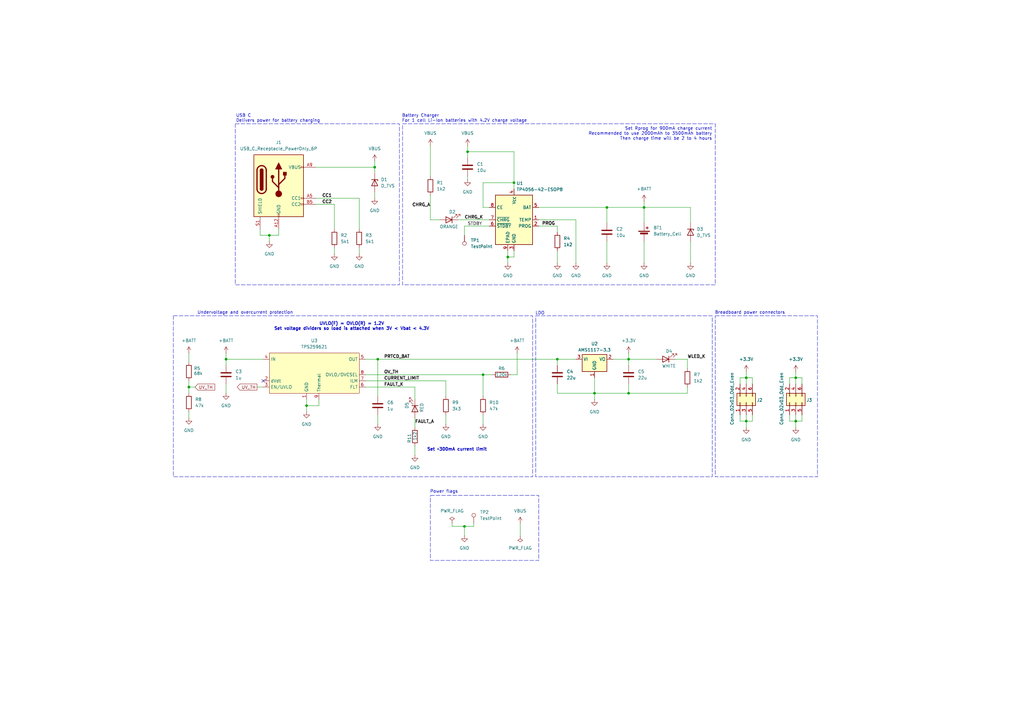
<source format=kicad_sch>
(kicad_sch (version 20250114) (generator "eeschema") (generator_version "9.0")
  (paper "A3")
  (title_block (title "BreadBat") (date "2025-05-19") (rev "v1.0.1") (company "oxnh"))
  (lib_symbols
    (symbol "Battery_Management:TP4056-42-ESOP8"
      (property "Reference" "U" (at -6.604 11.684 0))
      (property "Value" "TP4056-42-ESOP8" (at 10.16 11.684 0))
      (symbol "TP4056-42-ESOP8_1_0"
        (pin input line (at -10.16 5.08 0) (length 2.54) (name "CE") (number "8"))
        (pin open_collector line (at -10.16 0 0) (length 2.54) (name "~{CHRG}") (number "7"))
        (pin open_collector line (at -10.16 -2.54 0) (length 2.54) (name "~{STDBY}") (number "6"))
        (pin passive line (at -2.54 -12.7 90) (length 2.54) (name "EPAD") (number "9"))
        (pin power_in line (at 0 12.7 270) (length 2.54) (name "V_{CC}") (number "4"))
        (pin power_in line (at 0 -12.7 90) (length 2.54) (name "GND") (number "3"))
        (pin power_out line (at 10.16 5.08 180) (length 2.54) (name "BAT") (number "5"))
        (pin input line (at 10.16 0 180) (length 2.54) (name "TEMP") (number "1"))
        (pin passive line (at 10.16 -2.54 180) (length 2.54) (name "PROG") (number "2"))
      )
      (symbol "TP4056-42-ESOP8_1_1"
        (rectangle (start -7.62 10.16) (end 7.62 -10.16) (stroke (width 0.254)) (fill (type background)))
      )
    )
    (symbol "Connector:TestPoint" (pin_numbers (hide yes)) (pin_names (offset 0.762) (hide yes))
      (property "Reference" "TP" (at 0 6.858 0))
      (property "Value" "TestPoint" (at 0 5.08 0))
      (symbol "TestPoint_0_1"
        (circle (center 0 3.302) (radius 0.762))
      )
      (symbol "TestPoint_1_1"
        (pin passive line (at 0 0 90) (length 2.54) (name "1") (number "1"))
      )
    )
    (symbol "Connector:USB_C_Receptacle_PowerOnly_6P" (pin_names (offset 1.016))
      (property "Reference" "J" (at 0 16.51 0))
      (property "Value" "USB_C_Receptacle_PowerOnly_6P" (at 0 13.97 0))
      (symbol "USB_C_Receptacle_PowerOnly_6P_0_0"
        (rectangle (start -0.254 -12.7) (end 0.254 -11.684))
        (rectangle (start 10.16 7.874) (end 9.144 7.366))
        (rectangle (start 10.16 -4.826) (end 9.144 -5.334))
        (rectangle (start 10.16 -7.366) (end 9.144 -7.874))
      )
      (symbol "USB_C_Receptacle_PowerOnly_6P_0_1"
        (rectangle (start -10.16 12.7) (end 10.16 -12.7) (stroke (width 0.254)) (fill (type background)))
        (polyline (pts (xy -8.89 -1.27) (xy -8.89 6.35)) (stroke (width 0.508)))
        (rectangle (start -7.62 -1.27) (end -6.35 6.35) (stroke (width 0.254)) (fill (type outline)))
        (arc (start -7.62 6.35) (mid -6.985 6.9823) (end -6.35 6.35) (stroke (width 0.254)))
        (arc (start -7.62 6.35) (mid -6.985 6.9823) (end -6.35 6.35) (stroke (width 0.254)) (fill (type outline)))
        (arc (start -8.89 6.35) (mid -6.985 8.2467) (end -5.08 6.35) (stroke (width 0.508)))
        (arc (start -5.08 -1.27) (mid -6.985 -3.1667) (end -8.89 -1.27) (stroke (width 0.508)))
        (arc (start -6.35 -1.27) (mid -6.985 -1.9023) (end -7.62 -1.27) (stroke (width 0.254)))
        (arc (start -6.35 -1.27) (mid -6.985 -1.9023) (end -7.62 -1.27) (stroke (width 0.254)) (fill (type outline)))
        (polyline (pts (xy -5.08 6.35) (xy -5.08 -1.27)) (stroke (width 0.508)))
        (circle (center -2.54 3.683) (radius 0.635) (stroke (width 0.254)) (fill (type outline)))
        (polyline (pts (xy -1.27 6.858) (xy 0 9.398) (xy 1.27 6.858) (xy -1.27 6.858)) (stroke (width 0.254)) (fill (type outline)))
        (polyline (pts (xy 0 0.508) (xy 2.54 3.048) (xy 2.54 4.318)) (stroke (width 0.508)))
        (polyline (pts (xy 0 -0.762) (xy -2.54 1.778) (xy -2.54 3.048)) (stroke (width 0.508)))
        (polyline (pts (xy 0 -3.302) (xy 0 6.858)) (stroke (width 0.508)))
        (circle (center 0 -3.302) (radius 1.27) (fill (type outline)))
        (rectangle (start 1.905 4.318) (end 3.175 5.588) (stroke (width 0.254)) (fill (type outline)))
      )
      (symbol "USB_C_Receptacle_PowerOnly_6P_1_1"
        (pin passive line (at -7.62 -17.78 90) (length 5.08) (name "SHIELD") (number "S1"))
        (pin passive line (at 0 -17.78 90) (length 5.08) (name "GND") (number "A12"))
        (pin passive line (at 0 -17.78 90) (length 5.08) (hide yes) (name "GND") (number "B12"))
        (pin passive line (at 15.24 7.62 180) (length 5.08) (name "VBUS") (number "A9"))
        (pin passive line (at 15.24 7.62 180) (length 5.08) (hide yes) (name "VBUS") (number "B9"))
        (pin bidirectional line (at 15.24 -5.08 180) (length 5.08) (name "CC1") (number "A5"))
        (pin bidirectional line (at 15.24 -7.62 180) (length 5.08) (name "CC2") (number "B5"))
      )
    )
    (symbol "Connector_Generic:Conn_02x03_Odd_Even" (pin_names (offset 1.016) (hide yes))
      (property "Reference" "J" (at 1.27 5.08 0))
      (property "Value" "Conn_02x03_Odd_Even" (at 1.27 -5.08 0))
      (symbol "Conn_02x03_Odd_Even_1_1"
        (rectangle (start -1.27 3.81) (end 3.81 -3.81) (stroke (width 0.254)) (fill (type background)))
        (rectangle (start -1.27 2.667) (end 0 2.413) (stroke (width 0.1524)))
        (rectangle (start -1.27 0.127) (end 0 -0.127) (stroke (width 0.1524)))
        (rectangle (start -1.27 -2.413) (end 0 -2.667) (stroke (width 0.1524)))
        (rectangle (start 3.81 2.667) (end 2.54 2.413) (stroke (width 0.1524)))
        (rectangle (start 3.81 0.127) (end 2.54 -0.127) (stroke (width 0.1524)))
        (rectangle (start 3.81 -2.413) (end 2.54 -2.667) (stroke (width 0.1524)))
        (pin passive line (at -5.08 2.54 0) (length 3.81) (name "Pin_1") (number "1"))
        (pin passive line (at -5.08 0 0) (length 3.81) (name "Pin_3") (number "3"))
        (pin passive line (at -5.08 -2.54 0) (length 3.81) (name "Pin_5") (number "5"))
        (pin passive line (at 7.62 2.54 180) (length 3.81) (name "Pin_2") (number "2"))
        (pin passive line (at 7.62 0 180) (length 3.81) (name "Pin_4") (number "4"))
        (pin passive line (at 7.62 -2.54 180) (length 3.81) (name "Pin_6") (number "6"))
      )
    )
    (symbol "Device:Battery_Cell" (pin_numbers (hide yes)) (pin_names (offset 0) (hide yes))
      (property "Reference" "BT" (at 2.54 2.54 0))
      (property "Value" "Battery_Cell" (at 2.54 0 0))
      (symbol "Battery_Cell_0_1"
        (rectangle (start -2.286 1.778) (end 2.286 1.524) (fill (type outline)))
        (rectangle (start -1.524 1.016) (end 1.524 0.508) (fill (type outline)))
        (polyline (pts (xy 0 1.778) (xy 0 2.54)))
        (polyline (pts (xy 0 0.762) (xy 0 0)))
        (polyline (pts (xy 0.762 3.048) (xy 1.778 3.048)) (stroke (width 0.254)))
        (polyline (pts (xy 1.27 3.556) (xy 1.27 2.54)) (stroke (width 0.254)))
      )
      (symbol "Battery_Cell_1_1"
        (pin passive line (at 0 5.08 270) (length 2.54) (name "+") (number "1"))
        (pin passive line (at 0 -2.54 90) (length 2.54) (name "-") (number "2"))
      )
    )
    (symbol "Device:C" (pin_numbers (hide yes)) (pin_names (offset 0.254))
      (property "Reference" "C" (at 0.635 2.54 0))
      (property "Value" "C" (at 0.635 -2.54 0))
      (symbol "C_0_1"
        (polyline (pts (xy -2.032 0.762) (xy 2.032 0.762)) (stroke (width 0.508)))
        (polyline (pts (xy -2.032 -0.762) (xy 2.032 -0.762)) (stroke (width 0.508)))
      )
      (symbol "C_1_1"
        (pin passive line (at 0 3.81 270) (length 2.794) (name "~") (number "1"))
        (pin passive line (at 0 -3.81 90) (length 2.794) (name "~") (number "2"))
      )
    )
    (symbol "Device:D_Zener" (pin_numbers (hide yes)) (pin_names (offset 1.016) (hide yes))
      (property "Reference" "D" (at 0 2.54 0))
      (property "Value" "D_Zener" (at 0 -2.54 0))
      (symbol "D_Zener_0_1"
        (polyline (pts (xy -1.27 -1.27) (xy -1.27 1.27) (xy -0.762 1.27)) (stroke (width 0.254)))
        (polyline (pts (xy 1.27 0) (xy -1.27 0)))
        (polyline (pts (xy 1.27 -1.27) (xy 1.27 1.27) (xy -1.27 0) (xy 1.27 -1.27)) (stroke (width 0.254)))
      )
      (symbol "D_Zener_1_1"
        (pin passive line (at -3.81 0 0) (length 2.54) (name "K") (number "1"))
        (pin passive line (at 3.81 0 180) (length 2.54) (name "A") (number "2"))
      )
    )
    (symbol "Device:LED" (pin_numbers (hide yes)) (pin_names (offset 1.016) (hide yes))
      (property "Reference" "D" (at 0 2.54 0))
      (property "Value" "LED" (at 0 -2.54 0))
      (symbol "LED_0_1"
        (polyline (pts (xy -3.048 -0.762) (xy -4.572 -2.286) (xy -3.81 -2.286) (xy -4.572 -2.286) (xy -4.572 -1.524)))
        (polyline (pts (xy -1.778 -0.762) (xy -3.302 -2.286) (xy -2.54 -2.286) (xy -3.302 -2.286) (xy -3.302 -1.524)))
        (polyline (pts (xy -1.27 0) (xy 1.27 0)))
        (polyline (pts (xy -1.27 -1.27) (xy -1.27 1.27)) (stroke (width 0.254)))
        (polyline (pts (xy 1.27 -1.27) (xy 1.27 1.27) (xy -1.27 0) (xy 1.27 -1.27)) (stroke (width 0.254)))
      )
      (symbol "LED_1_1"
        (pin passive line (at -3.81 0 0) (length 2.54) (name "K") (number "1"))
        (pin passive line (at 3.81 0 180) (length 2.54) (name "A") (number "2"))
      )
    )
    (symbol "Device:R" (pin_numbers (hide yes)) (pin_names (offset 0))
      (property "Reference" "R" (at 2.032 0 90))
      (property "Value" "R" (at 0 0 90))
      (symbol "R_0_1"
        (rectangle (start -1.016 -2.54) (end 1.016 2.54) (stroke (width 0.254)))
      )
      (symbol "R_1_1"
        (pin passive line (at 0 3.81 270) (length 1.27) (name "~") (number "1"))
        (pin passive line (at 0 -3.81 90) (length 1.27) (name "~") (number "2"))
      )
    )
    (symbol "Regulator_Linear:AMS1117-3.3"
      (property "Reference" "U" (at -3.81 3.175 0))
      (property "Value" "AMS1117-3.3" (at 0 3.175 0))
      (symbol "AMS1117-3.3_0_1"
        (rectangle (start -5.08 -5.08) (end 5.08 1.905) (stroke (width 0.254)) (fill (type background)))
      )
      (symbol "AMS1117-3.3_1_1"
        (pin power_in line (at -7.62 0 0) (length 2.54) (name "VI") (number "3"))
        (pin power_in line (at 0 -7.62 90) (length 2.54) (name "GND") (number "1"))
        (pin power_out line (at 7.62 0 180) (length 2.54) (name "VO") (number "2"))
      )
    )
    (symbol "breadbat:TPS259621"
      (property "Reference" "U" (at 0 18.288 0))
      (property "Value" "TPS259621" (at -8.382 18.034 0))
      (symbol "TPS259621_1_1"
        (rectangle (start -13.97 16.51) (end 22.86 0) (fill (type background)))
        (pin power_in line (at -16.51 13.97 0) (length 2.54) (name "IN") (number "4"))
        (pin output line (at -16.51 5.08 0) (length 2.54) (name "dVdt") (number "2"))
        (pin input line (at -16.51 2.54 0) (length 2.54) (name "EN/UVLO") (number "3"))
        (pin power_in line (at 1.27 -2.54 90) (length 2.54) (name "GND") (number "1"))
        (pin passive line (at 6.35 -2.54 90) (length 2.54) (name "Thermal") (number "9"))
        (pin power_out line (at 25.4 13.97 180) (length 2.54) (name "OUT") (number "5"))
        (pin input line (at 25.4 7.62 180) (length 2.54) (name "OVLO/OVCSEL") (number "8"))
        (pin output line (at 25.4 5.08 180) (length 2.54) (name "ILM") (number "7"))
        (pin output line (at 25.4 2.54 180) (length 2.54) (name "FLT") (number "6"))
      )
    )
    (symbol "power:+3.3V" (power) (pin_numbers (hide yes)) (pin_names (offset 0) (hide yes))
      (property "Value" "+3.3V" (at 0 3.556 0))
      (symbol "+3.3V_0_1"
        (polyline (pts (xy -0.762 1.27) (xy 0 2.54)))
        (polyline (pts (xy 0 2.54) (xy 0.762 1.27)))
        (polyline (pts (xy 0 0) (xy 0 2.54)))
      )
      (symbol "+3.3V_1_1"
        (pin power_in line (at 0 0 90) (length 0) (name "~") (number "1"))
      )
    )
    (symbol "power:+BATT" (power) (pin_numbers (hide yes)) (pin_names (offset 0) (hide yes))
      (property "Value" "+BATT" (at 0 3.556 0))
      (symbol "+BATT_0_1"
        (polyline (pts (xy -0.762 1.27) (xy 0 2.54)))
        (polyline (pts (xy 0 2.54) (xy 0.762 1.27)))
        (polyline (pts (xy 0 0) (xy 0 2.54)))
      )
      (symbol "+BATT_1_1"
        (pin power_in line (at 0 0 90) (length 0) (name "~") (number "1"))
      )
    )
    (symbol "power:GND" (power) (pin_numbers (hide yes)) (pin_names (offset 0) (hide yes))
      (property "Value" "GND" (at 0 -3.81 0))
      (symbol "GND_0_1"
        (polyline (pts (xy 0 0) (xy 0 -1.27) (xy 1.27 -1.27) (xy 0 -2.54) (xy -1.27 -1.27) (xy 0 -1.27)))
      )
      (symbol "GND_1_1"
        (pin power_in line (at 0 0 270) (length 0) (name "~") (number "1"))
      )
    )
    (symbol "power:PWR_FLAG" (power) (pin_numbers (hide yes)) (pin_names (offset 0) (hide yes))
      (property "Value" "PWR_FLAG" (at 0 3.81 0))
      (symbol "PWR_FLAG_0_0"
        (pin power_out line (at 0 0 90) (length 0) (name "~") (number "1"))
      )
      (symbol "PWR_FLAG_0_1"
        (polyline (pts (xy 0 0) (xy 0 1.27) (xy -1.016 1.905) (xy 0 2.54) (xy 1.016 1.905) (xy 0 1.27)))
      )
    )
    (symbol "power:VBUS" (power) (pin_numbers (hide yes)) (pin_names (offset 0) (hide yes))
      (property "Value" "VBUS" (at 0 3.556 0))
      (symbol "VBUS_0_1"
        (polyline (pts (xy -0.762 1.27) (xy 0 2.54)))
        (polyline (pts (xy 0 2.54) (xy 0.762 1.27)))
        (polyline (pts (xy 0 0) (xy 0 2.54)))
      )
      (symbol "VBUS_1_1"
        (pin power_in line (at 0 0 90) (length 0) (name "~") (number "1"))
      )
    )
  )
  (rectangle (start 219.71 129.54) (end 292.1 195.58) (stroke (width 0) (type dash)))
  (rectangle (start 165.1 50.8) (end 293.37 116.84) (stroke (width 0) (type dash)))
  (rectangle (start 96.52 50.8) (end 163.83 116.84) (stroke (width 0) (type dash)))
  (rectangle (start 293.37 129.54) (end 335.28 195.58) (stroke (width 0) (type dash)))
  (rectangle (start 176.53 203.2) (end 220.98 229.87) (stroke (width 0) (type dash)))
  (rectangle (start 71.12 129.54) (end 218.44 195.58) (stroke (width 0) (type dash)))
  (text "LDO" (at 221.488 128.524 0) (effects (font (size 1.27 1.27))))
  (text "Undervoltage and overcurrent protection" (at 100.584 128.27 0) (effects (font (size 1.27 1.27))))
  (text "Power flags" (at 182.118 201.676 0) (effects (font (size 1.27 1.27))))
  (text "UVLO(F) = OVLO(R) = 1.2V\nSet voltage dividers so load is attached when 3V < Vbat < 4.3V" (at 144.272 133.858 0) (effects (font (size 1.27 1.27) (thickness 0.254) (bold yes))))
  (text "Set ~300mA current limit" (at 187.452 184.404 0) (effects (font (size 1.27 1.27) (thickness 0.254) (bold yes))))
  (text "Breadboard power connectors" (at 307.594 128.27 0) (effects (font (size 1.27 1.27))))
  (text "Set Rprog for 900mA charge current\nRecommended to use 2000mAh to 3500mAh battery\nThen charge time will be 2 to 4 hours\n" (at 292.1 54.864 0) (effects (font (size 1.27 1.27)) (justify right)))
  (text "Battery Charger\nFor 1 cell Li-Ion batteries with 4.2V charge voltage" (at 164.846 48.514 0) (effects (font (size 1.27 1.27)) (justify left)))
  (text "USB C\nDelivers power for battery charging" (at 96.774 48.514 0) (effects (font (size 1.27 1.27)) (justify left)))
  (junction (at 228.6 147.32))
  (junction (at 190.5 215.9))
  (junction (at 198.12 153.67))
  (junction (at 77.47 158.75))
  (junction (at 306.07 172.72))
  (junction (at 191.77 62.23))
  (junction (at 326.39 154.94))
  (junction (at 210.82 74.93))
  (junction (at 92.71 147.32))
  (junction (at 154.94 147.32))
  (junction (at 326.39 172.72))
  (junction (at 264.16 85.09))
  (junction (at 243.84 161.29))
  (junction (at 306.07 154.94))
  (junction (at 257.81 161.29))
  (junction (at 125.73 166.37))
  (junction (at 257.81 147.32))
  (junction (at 248.92 85.09))
  (junction (at 208.28 105.41))
  (junction (at 153.67 68.58))
  (junction (at 110.49 96.52))
  (no_connect (at 107.95 156.21))
  (wire (pts (xy 228.6 92.71) (xy 228.6 95.25)))
  (wire (pts (xy 220.98 85.09) (xy 248.92 85.09)))
  (wire (pts (xy 264.16 91.44) (xy 264.16 85.09)))
  (wire (pts (xy 149.86 156.21) (xy 182.88 156.21)))
  (wire (pts (xy 153.67 68.58) (xy 153.67 71.12)))
  (wire (pts (xy 198.12 74.93) (xy 210.82 74.93)))
  (wire (pts (xy 105.41 158.75) (xy 107.95 158.75)))
  (wire (pts (xy 248.92 85.09) (xy 264.16 85.09)))
  (wire (pts (xy 153.67 78.74) (xy 153.67 81.28)))
  (wire (pts (xy 176.53 90.17) (xy 180.34 90.17)))
  (wire (pts (xy 323.85 154.94) (xy 323.85 157.48)))
  (wire (pts (xy 77.47 144.78) (xy 77.47 148.59)))
  (wire (pts (xy 228.6 102.87) (xy 228.6 107.95)))
  (wire (pts (xy 191.77 59.69) (xy 191.77 62.23)))
  (wire (pts (xy 92.71 157.48) (xy 92.71 161.29)))
  (wire (pts (xy 209.55 153.67) (xy 212.09 153.67)))
  (wire (pts (xy 326.39 170.18) (xy 326.39 172.72)))
  (wire (pts (xy 149.86 147.32) (xy 154.94 147.32)))
  (wire (pts (xy 154.94 170.18) (xy 154.94 173.99)))
  (wire (pts (xy 149.86 158.75) (xy 170.18 158.75)))
  (wire (pts (xy 106.68 96.52) (xy 110.49 96.52)))
  (wire (pts (xy 281.94 158.75) (xy 281.94 161.29)))
  (wire (pts (xy 153.67 68.58) (xy 153.67 66.04)))
  (wire (pts (xy 303.53 170.18) (xy 303.53 172.72)))
  (wire (pts (xy 77.47 156.21) (xy 77.47 158.75)))
  (wire (pts (xy 125.73 163.83) (xy 125.73 166.37)))
  (wire (pts (xy 308.61 154.94) (xy 306.07 154.94)))
  (wire (pts (xy 228.6 157.48) (xy 228.6 161.29)))
  (wire (pts (xy 170.18 182.88) (xy 170.18 186.69)))
  (wire (pts (xy 306.07 152.4) (xy 306.07 154.94)))
  (wire (pts (xy 208.28 105.41) (xy 208.28 107.95)))
  (wire (pts (xy 190.5 92.71) (xy 190.5 96.52)))
  (wire (pts (xy 303.53 154.94) (xy 303.53 157.48)))
  (wire (pts (xy 208.28 102.87) (xy 208.28 105.41)))
  (wire (pts (xy 92.71 147.32) (xy 92.71 149.86)))
  (wire (pts (xy 170.18 163.83) (xy 170.18 158.75)))
  (wire (pts (xy 283.21 99.06) (xy 283.21 107.95)))
  (wire (pts (xy 257.81 149.86) (xy 257.81 147.32)))
  (wire (pts (xy 257.81 144.78) (xy 257.81 147.32)))
  (wire (pts (xy 326.39 154.94) (xy 326.39 157.48)))
  (wire (pts (xy 200.66 85.09) (xy 198.12 85.09)))
  (wire (pts (xy 125.73 166.37) (xy 125.73 168.91)))
  (wire (pts (xy 92.71 147.32) (xy 107.95 147.32)))
  (wire (pts (xy 176.53 59.69) (xy 176.53 72.39)))
  (wire (pts (xy 147.32 93.98) (xy 147.32 81.28)))
  (wire (pts (xy 326.39 172.72) (xy 328.93 172.72)))
  (wire (pts (xy 228.6 147.32) (xy 236.22 147.32)))
  (wire (pts (xy 323.85 170.18) (xy 323.85 172.72)))
  (wire (pts (xy 198.12 153.67) (xy 201.93 153.67)))
  (wire (pts (xy 248.92 85.09) (xy 248.92 91.44)))
  (wire (pts (xy 106.68 93.98) (xy 106.68 96.52)))
  (wire (pts (xy 191.77 72.39) (xy 191.77 73.66)))
  (wire (pts (xy 228.6 149.86) (xy 228.6 147.32)))
  (wire (pts (xy 264.16 99.06) (xy 264.16 107.95)))
  (wire (pts (xy 236.22 90.17) (xy 236.22 107.95)))
  (wire (pts (xy 154.94 147.32) (xy 228.6 147.32)))
  (wire (pts (xy 191.77 62.23) (xy 210.82 62.23)))
  (wire (pts (xy 198.12 170.18) (xy 198.12 173.99)))
  (wire (pts (xy 326.39 172.72) (xy 326.39 175.26)))
  (wire (pts (xy 130.81 166.37) (xy 130.81 163.83)))
  (wire (pts (xy 228.6 161.29) (xy 243.84 161.29)))
  (wire (pts (xy 243.84 154.94) (xy 243.84 161.29)))
  (wire (pts (xy 264.16 82.55) (xy 264.16 85.09)))
  (wire (pts (xy 243.84 161.29) (xy 243.84 163.83)))
  (wire (pts (xy 276.86 147.32) (xy 281.94 147.32)))
  (wire (pts (xy 281.94 147.32) (xy 281.94 151.13)))
  (wire (pts (xy 187.96 90.17) (xy 200.66 90.17)))
  (wire (pts (xy 137.16 83.82) (xy 137.16 93.98)))
  (wire (pts (xy 251.46 147.32) (xy 257.81 147.32)))
  (wire (pts (xy 212.09 144.78) (xy 212.09 153.67)))
  (wire (pts (xy 129.54 81.28) (xy 147.32 81.28)))
  (wire (pts (xy 306.07 172.72) (xy 308.61 172.72)))
  (wire (pts (xy 248.92 99.06) (xy 248.92 107.95)))
  (wire (pts (xy 243.84 161.29) (xy 257.81 161.29)))
  (wire (pts (xy 210.82 62.23) (xy 210.82 74.93)))
  (wire (pts (xy 210.82 74.93) (xy 210.82 77.47)))
  (wire (pts (xy 182.88 170.18) (xy 182.88 173.99)))
  (wire (pts (xy 257.81 147.32) (xy 269.24 147.32)))
  (wire (pts (xy 191.77 64.77) (xy 191.77 62.23)))
  (wire (pts (xy 323.85 172.72) (xy 326.39 172.72)))
  (wire (pts (xy 306.07 170.18) (xy 306.07 172.72)))
  (wire (pts (xy 198.12 74.93) (xy 198.12 85.09)))
  (wire (pts (xy 213.36 214.63) (xy 213.36 219.71)))
  (wire (pts (xy 306.07 154.94) (xy 306.07 157.48)))
  (wire (pts (xy 308.61 172.72) (xy 308.61 170.18)))
  (wire (pts (xy 326.39 152.4) (xy 326.39 154.94)))
  (wire (pts (xy 190.5 215.9) (xy 185.42 215.9)))
  (wire (pts (xy 308.61 157.48) (xy 308.61 154.94)))
  (wire (pts (xy 129.54 68.58) (xy 153.67 68.58)))
  (wire (pts (xy 208.28 105.41) (xy 210.82 105.41)))
  (wire (pts (xy 306.07 172.72) (xy 306.07 175.26)))
  (wire (pts (xy 306.07 154.94) (xy 303.53 154.94)))
  (wire (pts (xy 220.98 92.71) (xy 228.6 92.71)))
  (wire (pts (xy 147.32 101.6) (xy 147.32 104.14)))
  (wire (pts (xy 198.12 153.67) (xy 198.12 162.56)))
  (wire (pts (xy 257.81 161.29) (xy 257.81 157.48)))
  (wire (pts (xy 194.31 215.9) (xy 194.31 214.63)))
  (wire (pts (xy 303.53 172.72) (xy 306.07 172.72)))
  (wire (pts (xy 129.54 83.82) (xy 137.16 83.82)))
  (wire (pts (xy 200.66 92.71) (xy 190.5 92.71)))
  (wire (pts (xy 326.39 154.94) (xy 323.85 154.94)))
  (wire (pts (xy 264.16 85.09) (xy 283.21 85.09)))
  (wire (pts (xy 77.47 168.91) (xy 77.47 171.45)))
  (wire (pts (xy 220.98 90.17) (xy 236.22 90.17)))
  (wire (pts (xy 80.01 158.75) (xy 77.47 158.75)))
  (wire (pts (xy 92.71 144.78) (xy 92.71 147.32)))
  (wire (pts (xy 281.94 161.29) (xy 257.81 161.29)))
  (wire (pts (xy 149.86 153.67) (xy 198.12 153.67)))
  (wire (pts (xy 283.21 85.09) (xy 283.21 91.44)))
  (wire (pts (xy 328.93 172.72) (xy 328.93 170.18)))
  (wire (pts (xy 190.5 215.9) (xy 194.31 215.9)))
  (wire (pts (xy 110.49 96.52) (xy 110.49 99.06)))
  (wire (pts (xy 176.53 80.01) (xy 176.53 90.17)))
  (wire (pts (xy 137.16 101.6) (xy 137.16 104.14)))
  (wire (pts (xy 185.42 215.9) (xy 185.42 214.63)))
  (wire (pts (xy 77.47 158.75) (xy 77.47 161.29)))
  (wire (pts (xy 154.94 147.32) (xy 154.94 162.56)))
  (wire (pts (xy 182.88 156.21) (xy 182.88 162.56)))
  (wire (pts (xy 114.3 96.52) (xy 114.3 93.98)))
  (wire (pts (xy 328.93 157.48) (xy 328.93 154.94)))
  (wire (pts (xy 110.49 96.52) (xy 114.3 96.52)))
  (wire (pts (xy 210.82 105.41) (xy 210.82 102.87)))
  (wire (pts (xy 328.93 154.94) (xy 326.39 154.94)))
  (wire (pts (xy 170.18 171.45) (xy 170.18 175.26)))
  (wire (pts (xy 190.5 219.71) (xy 190.5 215.9)))
  (wire (pts (xy 125.73 166.37) (xy 130.81 166.37)))
  (label "CC1" (at 132.08 81.28 0) (effects (font (thickness 0.254) (bold yes))))
  (label "PRTCD_BAT" (at 157.48 147.32 0) (effects (font (thickness 0.254) (bold yes))))
  (label "CHRG_A" (at 176.53 85.09 180) (effects (font (thickness 0.254) (bold yes))))
  (label "CHRG_K" (at 190.5 90.17 0) (effects (font (thickness 0.254) (bold yes))))
  (label "STDBY" (at 191.77 92.71 0))
  (label "FAULT_K" (at 157.48 158.75 0) (effects (font (thickness 0.254) (bold yes))))
  (label "OV_TH" (at 157.48 153.67 0) (effects (font (thickness 0.254) (bold yes))))
  (label "FAULT_A" (at 170.18 173.99 0) (effects (font (thickness 0.254) (bold yes))))
  (label "CC2" (at 132.08 83.82 0) (effects (font (thickness 0.254) (bold yes))))
  (label "PROG" (at 222.25 92.71 0) (effects (font (thickness 0.254) (bold yes))))
  (label "WLED_K" (at 281.94 147.32 0) (effects (font (thickness 0.254) (bold yes))))
  (label "CURRENT_LIMIT" (at 157.48 156.21 0) (effects (font (thickness 0.254) (bold yes))))
  (global_label "UV_TH" (shape input) (at 80.01 158.75 0) (property "Intersheetrefs" "${INTERSHEET_REFS}" (effects (hide yes))))
  (global_label "UV_TH" (shape output) (at 105.41 158.75 180) (property "Intersheetrefs" "${INTERSHEET_REFS}" (effects (hide yes))))
  (symbol (lib_id "power:GND") (at 182.88 173.99 0) (unit 1)
    (property "Reference" "#PWR027" (effects (hide yes)))
    (property "Value" "GND" (at 182.88 179.07 0))
    (property "Description" "Power symbol creates a global label with name \"GND\" , ground" (effects (hide yes)))
  )
  (symbol (lib_id "Device:R") (at 147.32 97.79 0) (unit 1)
    (property "Reference" "R3" (at 149.86 96.5199 0) (effects (justify left)))
    (property "Value" "5k1" (at 149.86 99.0599 0) (effects (justify left)))
    (property "Footprint" "Resistor_SMD:R_0603_1608Metric" (effects (hide yes)))
    (property "Description" "Resistor" (effects (hide yes)))
    (property "LCSC / JLC Part" "C23186" (effects (hide yes)))
    (property "Manufacturer" "UNI-ROYAL" (effects (hide yes)))
    (property "Part Number" "0603WAF5101T5E" (effects (hide yes)))
  )
  (symbol (lib_id "Device:C") (at 154.94 166.37 0) (unit 1)
    (property "Reference" "C6" (at 158.75 165.0999 0) (effects (justify left)))
    (property "Value" "1u" (at 158.75 167.6399 0) (effects (justify left)))
    (property "Footprint" "Capacitor_SMD:C_0603_1608Metric" (effects (hide yes)))
    (property "Description" "Unpolarized capacitor" (effects (hide yes)))
    (property "LCSC / JLC Part" "C15849" (effects (hide yes)))
    (property "Manufacturer" "Samsung" (effects (hide yes)))
    (property "Part Number" "CL10A105KB8NNNC" (effects (hide yes)))
  )
  (symbol (lib_id "Device:D_Zener") (at 283.21 95.25 270) (unit 1)
    (property "Reference" "D3" (at 285.75 93.9799 90) (effects (justify left)))
    (property "Value" "D_TVS" (at 285.75 96.5199 90) (effects (justify left)))
    (property "Footprint" "Diode_SMD:D_SOD-323_HandSoldering" (effects (hide yes)))
    (property "Description" "Zener diode" (effects (hide yes)))
    (property "LCSC / JLC Part" "C5143684" (effects (hide yes)))
    (property "Manufacturer" "WPMtek(Wei Pan Microelectronics)" (effects (hide yes)))
    (property "Part Number" "WPE0731D3" (effects (hide yes)))
  )
  (symbol (lib_id "power:VBUS") (at 191.77 59.69 0) (unit 1)
    (property "Reference" "#PWR02" (effects (hide yes)))
    (property "Value" "VBUS" (at 191.77 54.61 0))
    (property "Description" "Power symbol creates a global label with name \"VBUS\"" (effects (hide yes)))
  )
  (symbol (lib_id "Device:D_Zener") (at 153.67 74.93 270) (unit 1)
    (property "Reference" "D1" (at 156.21 73.6599 90) (effects (justify left)))
    (property "Value" "D_TVS" (at 156.21 76.1999 90) (effects (justify left)))
    (property "Footprint" "Diode_SMD:D_SOD-323_HandSoldering" (effects (hide yes)))
    (property "Description" "Zener diode" (effects (hide yes)))
    (property "LCSC / JLC Part" "C5143684" (effects (hide yes)))
    (property "Manufacturer" "WPMtek(Wei Pan Microelectronics)" (effects (hide yes)))
    (property "Part Number" "WPE0731D3" (effects (hide yes)))
  )
  (symbol (lib_id "Device:Battery_Cell") (at 264.16 96.52 0) (unit 1)
    (property "Reference" "BT1" (at 267.97 93.4084 0) (effects (justify left)))
    (property "Value" "Battery_Cell" (at 267.97 95.9484 0) (effects (justify left)))
    (property "Footprint" "breadbat:JST_PH_B2B-PH-K_1x02_P2.00mm_Vertical" (effects (hide yes)))
    (property "Description" "Single-cell battery" (effects (hide yes)))
    (property "LCSC / JLC Part" "C131337" (effects (hide yes)))
    (property "Manufacturer" "JST" (effects (hide yes)))
    (property "Part Number" "B2B-PH-K-S(LF)(SN)" (effects (hide yes)))
  )
  (symbol (lib_id "power:GND") (at 243.84 163.83 0) (unit 1)
    (property "Reference" "#PWR023" (effects (hide yes)))
    (property "Value" "GND" (at 243.84 168.91 0))
    (property "Description" "Power symbol creates a global label with name \"GND\" , ground" (effects (hide yes)))
  )
  (symbol (lib_id "Device:R") (at 182.88 166.37 0) (unit 1)
    (property "Reference" "R9" (at 185.42 165.0999 0) (effects (justify left)))
    (property "Value" "3k3" (at 185.42 167.6399 0) (effects (justify left)))
    (property "Footprint" "Resistor_SMD:R_0603_1608Metric" (effects (hide yes)))
    (property "Description" "Resistor" (effects (hide yes)))
    (property "LCSC / JLC Part" " C22978" (effects (hide yes)))
    (property "Manufacturer" "UNI-ROYAL" (effects (hide yes)))
    (property "Part Number" " 0603WAF3301T5E" (effects (hide yes)))
  )
  (symbol (lib_id "power:+3.3V") (at 257.81 144.78 0) (unit 1)
    (property "Reference" "#PWR019" (effects (hide yes)))
    (property "Value" "+3.3V" (at 257.81 139.7 0))
    (property "Description" "Power symbol creates a global label with name \"+3.3V\"" (effects (hide yes)))
  )
  (symbol (lib_id "Connector_Generic:Conn_02x03_Odd_Even") (at 326.39 165.1 90) (unit 1)
    (property "Reference" "J3" (at 330.708 164.084 90) (effects (justify right)))
    (property "Value" "Conn_02x03_Odd_Even" (at 320.548 152.654 0) (effects (justify right)))
    (property "Footprint" "Connector_PinHeader_2.54mm:PinHeader_2x03_P2.54mm_Vertical" (effects (hide yes)))
    (property "Description" "Generic connector, double row, 02x03, odd/even pin numbering scheme (row 1 odd numbers, row 2 even numbers), script generated (kicad-library-utils/schlib/autogen/connector/)" (effects (hide yes)))
    (property "LCSC / JLC Part" "C492420" (effects (hide yes)))
    (property "Manufacturer" "XFCN" (effects (hide yes)))
    (property "Part Number" "PZ254V-12-6P" (effects (hide yes)))
  )
  (symbol (lib_id "power:GND") (at 125.73 168.91 0) (unit 1)
    (property "Reference" "#PWR024" (effects (hide yes)))
    (property "Value" "GND" (at 125.73 173.99 0))
    (property "Description" "Power symbol creates a global label with name \"GND\" , ground" (effects (hide yes)))
  )
  (symbol (lib_id "power:GND") (at 77.47 171.45 0) (unit 1)
    (property "Reference" "#PWR025" (effects (hide yes)))
    (property "Value" "GND" (at 77.47 176.53 0))
    (property "Description" "Power symbol creates a global label with name \"GND\" , ground" (effects (hide yes)))
  )
  (symbol (lib_id "Connector_Generic:Conn_02x03_Odd_Even") (at 306.07 165.1 90) (unit 1)
    (property "Reference" "J2" (at 310.388 164.084 90) (effects (justify right)))
    (property "Value" "Conn_02x03_Odd_Even" (at 300.228 152.654 0) (effects (justify right)))
    (property "Footprint" "Connector_PinHeader_2.54mm:PinHeader_2x03_P2.54mm_Vertical" (effects (hide yes)))
    (property "Description" "Generic connector, double row, 02x03, odd/even pin numbering scheme (row 1 odd numbers, row 2 even numbers), script generated (kicad-library-utils/schlib/autogen/connector/)" (effects (hide yes)))
    (property "LCSC / JLC Part" "C492420" (effects (hide yes)))
    (property "Manufacturer" "XFCN" (effects (hide yes)))
    (property "Part Number" "PZ254V-12-6P" (effects (hide yes)))
  )
  (symbol (lib_id "Device:R") (at 198.12 166.37 0) (unit 1)
    (property "Reference" "R10" (at 200.66 165.0999 0) (effects (justify left)))
    (property "Value" "47k" (at 200.66 167.6399 0) (effects (justify left)))
    (property "Footprint" "Resistor_SMD:R_0603_1608Metric" (effects (hide yes)))
    (property "Description" "Resistor" (effects (hide yes)))
    (property "LCSC / JLC Part" "C25819" (effects (hide yes)))
    (property "Manufacturer" "UNI-ROYAL" (effects (hide yes)))
    (property "Part Number" " 0603WAF4702T5E" (effects (hide yes)))
  )
  (symbol (lib_id "power:+3.3V") (at 306.07 152.4 0) (unit 1)
    (property "Reference" "#PWR020" (effects (hide yes)))
    (property "Value" "+3.3V" (at 306.07 147.32 0))
    (property "Description" "Power symbol creates a global label with name \"+3.3V\"" (effects (hide yes)))
  )
  (symbol (lib_id "power:VBUS") (at 213.36 214.63 0) (unit 1)
    (property "Reference" "#PWR032" (effects (hide yes)))
    (property "Value" "VBUS" (at 213.36 209.55 0))
    (property "Description" "Power symbol creates a global label with name \"VBUS\"" (effects (hide yes)))
  )
  (symbol (lib_id "power:GND") (at 198.12 173.99 0) (unit 1)
    (property "Reference" "#PWR028" (effects (hide yes)))
    (property "Value" "GND" (at 198.12 179.07 0))
    (property "Description" "Power symbol creates a global label with name \"GND\" , ground" (effects (hide yes)))
  )
  (symbol (lib_id "Device:C") (at 92.71 153.67 0) (unit 1)
    (property "Reference" "C3" (at 96.52 152.3999 0) (effects (justify left)))
    (property "Value" "1u" (at 96.52 154.9399 0) (effects (justify left)))
    (property "Footprint" "Capacitor_SMD:C_0603_1608Metric" (effects (hide yes)))
    (property "Description" "Unpolarized capacitor" (effects (hide yes)))
    (property "LCSC / JLC Part" "C15849" (effects (hide yes)))
    (property "Manufacturer" "Samsung" (effects (hide yes)))
    (property "Part Number" "CL10A105KB8NNNC" (effects (hide yes)))
  )
  (symbol (lib_id "Device:LED") (at 184.15 90.17 180) (unit 1)
    (property "Reference" "D2" (at 184.15 86.868 0) (effects (justify right)))
    (property "Value" "ORANGE" (at 180.34 92.964 0) (effects (justify right)))
    (property "Footprint" "LED_SMD:LED_0603_1608Metric" (effects (hide yes)))
    (property "Description" "Light emitting diode" (effects (hide yes)))
    (property "Sim.Pins" "1=K 2=A" (effects (hide yes)))
    (property "LCSC / JLC Part" "C2287" (effects (hide yes)))
    (property "Manufacturer" "Kento" (effects (hide yes)))
    (property "Part Number" "KT-0603Y" (effects (hide yes)))
  )
  (symbol (lib_id "power:GND") (at 154.94 173.99 0) (unit 1)
    (property "Reference" "#PWR026" (effects (hide yes)))
    (property "Value" "GND" (at 154.94 179.07 0))
    (property "Description" "Power symbol creates a global label with name \"GND\" , ground" (effects (hide yes)))
  )
  (symbol (lib_id "power:+BATT") (at 264.16 82.55 0) (unit 1)
    (property "Reference" "#PWR06" (effects (hide yes)))
    (property "Value" "+BATT" (at 264.16 77.47 0))
    (property "Description" "Power symbol creates a global label with name \"+BATT\"" (effects (hide yes)))
  )
  (symbol (lib_id "power:GND") (at 170.18 186.69 0) (unit 1)
    (property "Reference" "#PWR031" (effects (hide yes)))
    (property "Value" "GND" (at 170.18 191.77 0))
    (property "Description" "Power symbol creates a global label with name \"GND\" , ground" (effects (hide yes)))
  )
  (symbol (lib_id "Device:C") (at 228.6 153.67 0) (unit 1)
    (property "Reference" "C4" (at 232.41 152.3999 0) (effects (justify left)))
    (property "Value" "22u" (at 232.41 154.9399 0) (effects (justify left)))
    (property "Footprint" "Capacitor_SMD:C_0805_2012Metric" (effects (hide yes)))
    (property "Description" "Unpolarized capacitor" (effects (hide yes)))
    (property "LCSC / JLC Part" "C45783" (effects (hide yes)))
    (property "Manufacturer" "Samsung" (effects (hide yes)))
    (property "Part Number" "CL21A226MAQNNNE" (effects (hide yes)))
  )
  (symbol (lib_id "power:GND") (at 283.21 107.95 0) (unit 1)
    (property "Reference" "#PWR015" (effects (hide yes)))
    (property "Value" "GND" (at 283.21 113.03 0))
    (property "Description" "Power symbol creates a global label with name \"GND\" , ground" (effects (hide yes)))
  )
  (symbol (lib_id "power:GND") (at 191.77 73.66 0) (unit 1)
    (property "Reference" "#PWR04" (effects (hide yes)))
    (property "Value" "GND" (at 191.77 78.74 0))
    (property "Description" "Power symbol creates a global label with name \"GND\" , ground" (effects (hide yes)))
  )
  (symbol (lib_id "Device:R") (at 77.47 165.1 0) (unit 1)
    (property "Reference" "R8" (at 80.01 163.8299 0) (effects (justify left)))
    (property "Value" "47k" (at 80.01 166.3699 0) (effects (justify left)))
    (property "Footprint" "Resistor_SMD:R_0603_1608Metric" (effects (hide yes)))
    (property "Description" "Resistor" (effects (hide yes)))
    (property "LCSC / JLC Part" "C25819" (effects (hide yes)))
    (property "Manufacturer" "UNI-ROYAL" (effects (hide yes)))
    (property "Part Number" " 0603WAF4702T5E" (effects (hide yes)))
  )
  (symbol (lib_id "power:GND") (at 306.07 175.26 0) (mirror y) (unit 1)
    (property "Reference" "#PWR029" (effects (hide yes)))
    (property "Value" "GND" (at 306.07 180.34 0))
    (property "Description" "Power symbol creates a global label with name \"GND\" , ground" (effects (hide yes)))
  )
  (symbol (lib_id "Connector:USB_C_Receptacle_PowerOnly_6P") (at 114.3 76.2 0) (unit 1)
    (property "Reference" "J1" (at 114.3 58.42 0))
    (property "Value" "USB_C_Receptacle_PowerOnly_6P" (at 114.3 60.96 0))
    (property "Footprint" "Connector_USB:USB_C_Receptacle_HRO_TYPE-C-31-M-17" (effects (hide yes)))
    (property "Datasheet" "https://www.usb.org/sites/default/files/documents/usb_type-c.zip" (effects (hide yes)))
    (property "Description" "USB Power-Only 6P Type-C Receptacle connector" (effects (hide yes)))
    (property "LCSC / JLC Part" "C2927302" (effects (hide yes)))
    (property "Manufacturer" "YIYUAN" (effects (hide yes)))
    (property "Part Number" "YTC-TC6S-231" (effects (hide yes)))
  )
  (symbol (lib_id "power:PWR_FLAG") (at 185.42 214.63 0) (unit 1)
    (property "Reference" "#FLG01" (effects (hide yes)))
    (property "Value" "PWR_FLAG" (at 185.42 209.55 0))
    (property "Description" "Special symbol for telling ERC where power comes from" (effects (hide yes)))
  )
  (symbol (lib_id "power:GND") (at 248.92 107.95 0) (unit 1)
    (property "Reference" "#PWR013" (effects (hide yes)))
    (property "Value" "GND" (at 248.92 113.03 0))
    (property "Description" "Power symbol creates a global label with name \"GND\" , ground" (effects (hide yes)))
  )
  (symbol (lib_id "power:GND") (at 190.5 219.71 0) (unit 1)
    (property "Reference" "#PWR033" (effects (hide yes)))
    (property "Value" "GND" (at 190.5 224.79 0))
    (property "Description" "Power symbol creates a global label with name \"GND\" , ground" (effects (hide yes)))
  )
  (symbol (lib_id "power:+BATT") (at 212.09 144.78 0) (unit 1)
    (property "Reference" "#PWR018" (effects (hide yes)))
    (property "Value" "+BATT" (at 212.09 139.7 0))
    (property "Description" "Power symbol creates a global label with name \"+BATT\"" (effects (hide yes)))
  )
  (symbol (lib_id "Device:R") (at 77.47 152.4 0) (unit 1)
    (property "Reference" "R5" (at 79.502 151.13 0) (effects (justify left)))
    (property "Value" "68k" (at 79.502 153.162 0) (effects (justify left)))
    (property "Footprint" "Resistor_SMD:R_0603_1608Metric" (effects (hide yes)))
    (property "Description" "Resistor" (effects (hide yes)))
    (property "LCSC / JLC Part" "C23231" (effects (hide yes)))
    (property "Manufacturer" "UNI-ROYAL" (effects (hide yes)))
    (property "Part Number" "0603WAF6802T5E" (effects (hide yes)))
  )
  (symbol (lib_id "Device:C") (at 248.92 95.25 0) (unit 1)
    (property "Reference" "C2" (at 252.73 93.9799 0) (effects (justify left)))
    (property "Value" "10u" (at 252.73 96.5199 0) (effects (justify left)))
    (property "Footprint" "Capacitor_SMD:C_0603_1608Metric" (effects (hide yes)))
    (property "Description" "Unpolarized capacitor" (effects (hide yes)))
    (property "LCSC / JLC Part" "C19702" (effects (hide yes)))
    (property "Manufacturer" "Samsung" (effects (hide yes)))
    (property "Part Number" "CL10A106KP8NNNC" (effects (hide yes)))
  )
  (symbol (lib_id "power:GND") (at 147.32 104.14 0) (unit 1)
    (property "Reference" "#PWR09" (effects (hide yes)))
    (property "Value" "GND" (at 147.32 109.22 0))
    (property "Description" "Power symbol creates a global label with name \"GND\" , ground" (effects (hide yes)))
  )
  (symbol (lib_id "Device:R") (at 205.74 153.67 90) (unit 1)
    (property "Reference" "R6" (at 205.74 151.13 90))
    (property "Value" "120k" (at 205.74 153.67 90))
    (property "Footprint" "Resistor_SMD:R_0603_1608Metric" (effects (hide yes)))
    (property "Description" "Resistor" (effects (hide yes)))
    (property "LCSC / JLC Part" "C25808" (effects (hide yes)))
    (property "Manufacturer" "UNI-ROYAL" (effects (hide yes)))
    (property "Part Number" "0603WAF1203T5E" (effects (hide yes)))
  )
  (symbol (lib_id "Device:C") (at 191.77 68.58 0) (unit 1)
    (property "Reference" "C1" (at 195.58 67.3099 0) (effects (justify left)))
    (property "Value" "10u" (at 195.58 69.8499 0) (effects (justify left)))
    (property "Footprint" "Capacitor_SMD:C_0603_1608Metric" (effects (hide yes)))
    (property "Description" "Unpolarized capacitor" (effects (hide yes)))
    (property "LCSC / JLC Part" "C19702" (effects (hide yes)))
    (property "Manufacturer" "Samsung" (effects (hide yes)))
    (property "Part Number" "CL10A106KP8NNNC" (effects (hide yes)))
  )
  (symbol (lib_id "Battery_Management:TP4056-42-ESOP8") (at 210.82 90.17 0) (unit 1)
    (property "Reference" "U1" (at 211.836 75.184 0) (effects (justify left)))
    (property "Value" "TP4056-42-ESOP8" (at 211.836 77.724 0) (effects (justify left)))
    (property "Footprint" "Package_SO:SOIC-8-1EP_3.9x4.9mm_P1.27mm_EP2.41x3.3mm_ThermalVias" (effects (hide yes)))
    (property "Datasheet" "https://www.lcsc.com/datasheet/lcsc_datasheet_2410121619_TOPPOWER-Nanjing-Extension-Microelectronics-TP4056-42-ESOP8_C16581.pdf" (effects (hide yes)))
    (property "Description" "1A Standalone Linear Li-ion/LiPo single-cell battery charger, 4.2V ±1% charge voltage, VCC = 4.0..8.0V, SOIC-8 (SOP-8)" (effects (hide yes)))
    (property "LCSC / JLC Part" "C16581" (effects (hide yes)))
    (property "Manufacturer" "TOPPOWER" (effects (hide yes)))
    (property "Part Number" "TP4056-42-ESOP8" (effects (hide yes)))
  )
  (symbol (lib_id "power:GND") (at 110.49 99.06 0) (unit 1)
    (property "Reference" "#PWR07" (effects (hide yes)))
    (property "Value" "GND" (at 110.49 104.14 0))
    (property "Description" "Power symbol creates a global label with name \"GND\" , ground" (effects (hide yes)))
  )
  (symbol (lib_id "Device:R") (at 170.18 179.07 180) (unit 1)
    (property "Reference" "R11" (at 167.894 177.8 90) (effects (justify left)))
    (property "Value" "1k2" (at 170.18 177.038 90) (effects (justify left)))
    (property "Footprint" "Resistor_SMD:R_0603_1608Metric" (effects (hide yes)))
    (property "Description" "Resistor" (effects (hide yes)))
    (property "LCSC / JLC Part" " C22765" (effects (hide yes)))
    (property "Manufacturer" " UNI-ROYAL" (effects (hide yes)))
    (property "Part Number" " 0603WAF1201T5E" (effects (hide yes)))
  )
  (symbol (lib_id "Device:R") (at 176.53 76.2 0) (unit 1)
    (property "Reference" "R1" (at 179.07 74.9299 0) (effects (justify left)))
    (property "Value" "1k2" (at 179.07 77.4699 0) (effects (justify left)))
    (property "Footprint" "Resistor_SMD:R_0603_1608Metric" (effects (hide yes)))
    (property "Description" "Resistor" (effects (hide yes)))
    (property "LCSC / JLC Part" " C22765" (effects (hide yes)))
    (property "Manufacturer" " UNI-ROYAL" (effects (hide yes)))
    (property "Part Number" " 0603WAF1201T5E" (effects (hide yes)))
  )
  (symbol (lib_id "power:GND") (at 236.22 107.95 0) (unit 1)
    (property "Reference" "#PWR012" (effects (hide yes)))
    (property "Value" "GND" (at 236.22 113.03 0))
    (property "Description" "Power symbol creates a global label with name \"GND\" , ground" (effects (hide yes)))
  )
  (symbol (lib_id "power:VBUS") (at 153.67 66.04 0) (unit 1)
    (property "Reference" "#PWR03" (effects (hide yes)))
    (property "Value" "VBUS" (at 153.67 60.96 0))
    (property "Description" "Power symbol creates a global label with name \"VBUS\"" (effects (hide yes)))
  )
  (symbol (lib_id "Regulator_Linear:AMS1117-3.3") (at 243.84 147.32 0) (unit 1)
    (property "Reference" "U2" (at 243.84 140.97 0))
    (property "Value" "AMS1117-3.3" (at 243.84 143.51 0))
    (property "Footprint" "Package_TO_SOT_SMD:SOT-223-3_TabPin2" (effects (hide yes)))
    (property "Datasheet" "http://www.advanced-monolithic.com/pdf/ds1117.pdf" (effects (hide yes)))
    (property "Description" "1A Low Dropout regulator, positive, 3.3V fixed output, SOT-223" (effects (hide yes)))
    (property "LCSC / JLC Part" "C347222" (effects (hide yes)))
    (property "Manufacturer" "UMW" (effects (hide yes)))
    (property "Part Number" "AMS1117-3.3" (effects (hide yes)))
  )
  (symbol (lib_id "power:GND") (at 137.16 104.14 0) (unit 1)
    (property "Reference" "#PWR08" (effects (hide yes)))
    (property "Value" "GND" (at 137.16 109.22 0))
    (property "Description" "Power symbol creates a global label with name \"GND\" , ground" (effects (hide yes)))
  )
  (symbol (lib_id "power:GND") (at 264.16 107.95 0) (unit 1)
    (property "Reference" "#PWR014" (effects (hide yes)))
    (property "Value" "GND" (at 264.16 113.03 0))
    (property "Description" "Power symbol creates a global label with name \"GND\" , ground" (effects (hide yes)))
  )
  (symbol (lib_id "power:+BATT") (at 77.47 144.78 0) (unit 1)
    (property "Reference" "#PWR016" (effects (hide yes)))
    (property "Value" "+BATT" (at 77.47 139.7 0))
    (property "Description" "Power symbol creates a global label with name \"+BATT\"" (effects (hide yes)))
  )
  (symbol (lib_id "power:GND") (at 228.6 107.95 0) (unit 1)
    (property "Reference" "#PWR011" (effects (hide yes)))
    (property "Value" "GND" (at 228.6 113.03 0))
    (property "Description" "Power symbol creates a global label with name \"GND\" , ground" (effects (hide yes)))
  )
  (symbol (lib_id "Device:R") (at 281.94 154.94 0) (unit 1)
    (property "Reference" "R7" (at 284.48 153.6699 0) (effects (justify left)))
    (property "Value" "1k2" (at 284.48 156.2099 0) (effects (justify left)))
    (property "Footprint" "Resistor_SMD:R_0603_1608Metric" (effects (hide yes)))
    (property "Description" "Resistor" (effects (hide yes)))
    (property "LCSC / JLC Part" " C22765" (effects (hide yes)))
    (property "Manufacturer" " UNI-ROYAL" (effects (hide yes)))
    (property "Part Number" " 0603WAF1201T5E" (effects (hide yes)))
  )
  (symbol (lib_id "power:GND") (at 92.71 161.29 0) (unit 1)
    (property "Reference" "#PWR022" (effects (hide yes)))
    (property "Value" "GND" (at 92.71 166.37 0))
    (property "Description" "Power symbol creates a global label with name \"GND\" , ground" (effects (hide yes)))
  )
  (symbol (lib_id "power:PWR_FLAG") (at 213.36 219.71 180) (unit 1)
    (property "Reference" "#FLG02" (effects (hide yes)))
    (property "Value" "PWR_FLAG" (at 213.36 224.79 0))
    (property "Description" "Special symbol for telling ERC where power comes from" (effects (hide yes)))
  )
  (symbol (lib_id "power:GND") (at 208.28 107.95 0) (unit 1)
    (property "Reference" "#PWR010" (effects (hide yes)))
    (property "Value" "GND" (at 208.28 113.03 0))
    (property "Description" "Power symbol creates a global label with name \"GND\" , ground" (effects (hide yes)))
  )
  (symbol (lib_id "Connector:TestPoint") (at 190.5 96.52 180) (unit 1)
    (property "Reference" "TP1" (at 193.04 98.5519 0) (effects (justify right)))
    (property "Value" "TestPoint" (at 193.04 101.0919 0) (effects (justify right)))
    (property "Footprint" "TestPoint:TestPoint_Pad_D1.5mm" (effects (hide yes)))
    (property "Description" "test point" (effects (hide yes)))
  )
  (symbol (lib_id "Device:LED") (at 170.18 167.64 270) (unit 1)
    (property "Reference" "D5" (at 166.878 167.64 0) (effects (justify right)))
    (property "Value" "RED" (at 172.974 169.164 0) (effects (justify right)))
    (property "Footprint" "LED_SMD:LED_0603_1608Metric" (effects (hide yes)))
    (property "Description" "Light emitting diode" (effects (hide yes)))
    (property "Sim.Pins" "1=K 2=A" (effects (hide yes)))
    (property "LCSC / JLC Part" "C2286" (effects (hide yes)))
    (property "Manufacturer" "Kento" (effects (hide yes)))
    (property "Part Number" "KT-0603R" (effects (hide yes)))
  )
  (symbol (lib_id "power:GND") (at 326.39 175.26 0) (unit 1)
    (property "Reference" "#PWR030" (effects (hide yes)))
    (property "Value" "GND" (at 326.39 180.34 0))
    (property "Description" "Power symbol creates a global label with name \"GND\" , ground" (effects (hide yes)))
  )
  (symbol (lib_id "power:+3.3V") (at 326.39 152.4 0) (unit 1)
    (property "Reference" "#PWR021" (effects (hide yes)))
    (property "Value" "+3.3V" (at 326.39 147.32 0))
    (property "Description" "Power symbol creates a global label with name \"+3.3V\"" (effects (hide yes)))
  )
  (symbol (lib_id "breadbat:TPS259621") (at 124.46 161.29 0) (unit 1)
    (property "Reference" "U3" (at 128.905 139.7 0))
    (property "Value" "TPS259621" (at 128.905 142.24 0))
    (property "Footprint" "Package_SO:SOIC-8-1EP_3.9x4.9mm_P1.27mm_EP2.41x3.3mm_ThermalVias" (effects (hide yes)))
    (property "Datasheet" "https://www.ti.com/lit/ds/symlink/tps2596.pdf?ts=1744348997544&ref_url=https%253A%252F%252Fwww.mouser.com%252F" (effects (hide yes)))
    (property "Description" "eFuse" (effects (hide yes)))
    (property "LCSC / JLC Part" "C2155774" (effects (hide yes)))
    (property "Manufacturer" "Texas Instruments" (effects (hide yes)))
    (property "Part Number" "TPS259621DDAR" (effects (hide yes)))
  )
  (symbol (lib_id "Device:LED") (at 273.05 147.32 180) (unit 1)
    (property "Reference" "D4" (at 273.05 144.018 0) (effects (justify right)))
    (property "Value" "WHITE" (at 271.526 150.114 0) (effects (justify right)))
    (property "Footprint" "LED_SMD:LED_0603_1608Metric" (effects (hide yes)))
    (property "Description" "Light emitting diode" (effects (hide yes)))
    (property "Sim.Pins" "1=K 2=A" (effects (hide yes)))
    (property "LCSC / JLC Part" "C2290" (effects (hide yes)))
    (property "Manufacturer" "Kento" (effects (hide yes)))
    (property "Part Number" "KT-0603W" (effects (hide yes)))
  )
  (symbol (lib_id "power:+BATT") (at 92.71 144.78 0) (unit 1)
    (property "Reference" "#PWR017" (effects (hide yes)))
    (property "Value" "+BATT" (at 92.71 139.7 0))
    (property "Description" "Power symbol creates a global label with name \"+BATT\"" (effects (hide yes)))
  )
  (symbol (lib_id "Connector:TestPoint") (at 194.31 214.63 0) (unit 1)
    (property "Reference" "TP2" (at 196.85 210.0579 0) (effects (justify left)))
    (property "Value" "TestPoint" (at 196.85 212.5979 0) (effects (justify left)))
    (property "Footprint" "TestPoint:TestPoint_Pad_D1.5mm" (effects (hide yes)))
    (property "Description" "test point" (effects (hide yes)))
  )
  (symbol (lib_id "Device:R") (at 137.16 97.79 0) (unit 1)
    (property "Reference" "R2" (at 139.7 96.5199 0) (effects (justify left)))
    (property "Value" "5k1" (at 139.7 99.0599 0) (effects (justify left)))
    (property "Footprint" "Resistor_SMD:R_0603_1608Metric" (effects (hide yes)))
    (property "Description" "Resistor" (effects (hide yes)))
    (property "LCSC / JLC Part" "C23186" (effects (hide yes)))
    (property "Manufacturer" "UNI-ROYAL" (effects (hide yes)))
    (property "Part Number" "0603WAF5101T5E" (effects (hide yes)))
  )
  (symbol (lib_id "Device:C") (at 257.81 153.67 0) (unit 1)
    (property "Reference" "C5" (at 261.62 152.3999 0) (effects (justify left)))
    (property "Value" "22u" (at 261.62 154.9399 0) (effects (justify left)))
    (property "Footprint" "Capacitor_SMD:C_0805_2012Metric" (effects (hide yes)))
    (property "Description" "Unpolarized capacitor" (effects (hide yes)))
    (property "LCSC / JLC Part" "C45783" (effects (hide yes)))
    (property "Manufacturer" "Samsung" (effects (hide yes)))
    (property "Part Number" "CL21A226MAQNNNE" (effects (hide yes)))
  )
  (symbol (lib_id "Device:R") (at 228.6 99.06 0) (unit 1)
    (property "Reference" "R4" (at 231.14 97.7899 0) (effects (justify left)))
    (property "Value" "1k2" (at 231.14 100.3299 0) (effects (justify left)))
    (property "Footprint" "Resistor_SMD:R_0603_1608Metric" (effects (hide yes)))
    (property "Description" "Resistor" (effects (hide yes)))
    (property "LCSC / JLC Part" " C22765" (effects (hide yes)))
    (property "Manufacturer" " UNI-ROYAL" (effects (hide yes)))
    (property "Part Number" " 0603WAF1201T5E" (effects (hide yes)))
  )
  (symbol (lib_id "power:VBUS") (at 176.53 59.69 0) (unit 1)
    (property "Reference" "#PWR01" (effects (hide yes)))
    (property "Value" "VBUS" (at 176.53 54.61 0))
    (property "Description" "Power symbol creates a global label with name \"VBUS\"" (effects (hide yes)))
  )
  (symbol (lib_id "power:GND") (at 153.67 81.28 0) (unit 1)
    (property "Reference" "#PWR05" (effects (hide yes)))
    (property "Value" "GND" (at 153.67 86.36 0))
    (property "Description" "Power symbol creates a global label with name \"GND\" , ground" (effects (hide yes)))
  )
)
</source>
